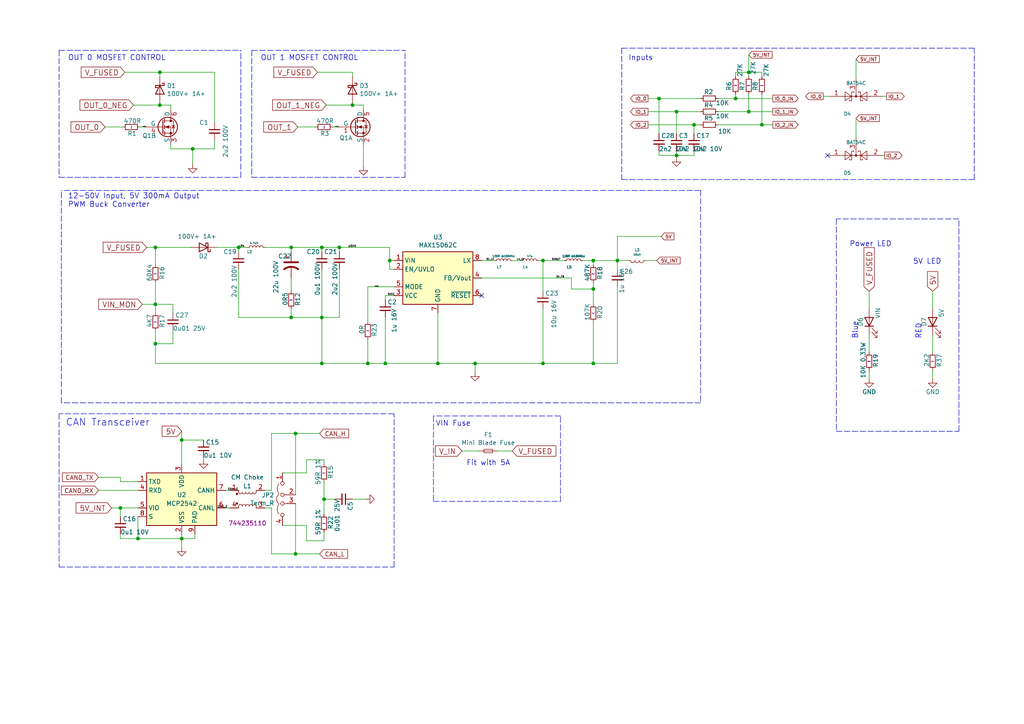
<source format=kicad_sch>
(kicad_sch (version 20211123) (generator eeschema)
  (paper "A4")
  (title_block (title "Duet 3 Expansion 1XD") (date "2022-12-08") (rev "1.1") (company "Duet3D") (comment 1 "(c) Duet3D") (comment 2 "www.duet3d.com"))
  (lib_symbols
    (symbol "Device:CP1" (pin_numbers hide) (pin_names (offset 0.254) hide)
      (property "Reference" "C" (at 0.635 2.54 0))
      (property "Value" "Device_CP1" (at 0.635 -2.54 0))
      (symbol "CP1_0_1"
        (polyline (pts (xy -2.032 0.762) (xy 2.032 0.762)) (stroke (width 0.508)))
        (polyline (pts (xy -1.778 2.286) (xy -0.762 2.286)))
        (polyline (pts (xy -1.27 1.778) (xy -1.27 2.794)))
        (arc (start 2.032 -1.27) (mid 0 -0.5572) (end -2.032 -1.27) (stroke (width 0.508)))
      )
      (symbol "CP1_1_1"
        (pin passive line (at 0 3.81 270) (length 2.794) (name "~") (number "1"))
        (pin passive line (at 0 -3.81 90) (length 3.302) (name "~") (number "2"))
      )
    )
    (symbol "Device:C_Small" (pin_numbers hide) (pin_names (offset 0.254) hide)
      (property "Reference" "C" (at 0.254 1.778 0))
      (property "Value" "C_Small" (at 0.254 -2.032 0))
      (symbol "C_Small_0_1"
        (polyline (pts (xy -1.524 -0.508) (xy 1.524 -0.508)) (stroke (width 0.3302)))
        (polyline (pts (xy -1.524 0.508) (xy 1.524 0.508)) (stroke (width 0.3048)))
      )
      (symbol "C_Small_1_1"
        (pin passive line (at 0 2.54 270) (length 2.032) (name "~") (number "1"))
        (pin passive line (at 0 -2.54 90) (length 2.032) (name "~") (number "2"))
      )
    )
    (symbol "Device:D_Schottky" (pin_numbers hide) (pin_names (offset 1.016) hide)
      (property "Reference" "D" (at 0 2.54 0))
      (property "Value" "D_Schottky" (at 0 -2.54 0))
      (symbol "D_Schottky_0_1"
        (polyline (pts (xy 1.27 0) (xy -1.27 0)))
        (polyline (pts (xy 1.27 1.27) (xy 1.27 -1.27) (xy -1.27 0) (xy 1.27 1.27)) (stroke (width 0.254)))
        (polyline (pts (xy -1.905 0.635) (xy -1.905 1.27) (xy -1.27 1.27) (xy -1.27 -1.27) (xy -0.635 -1.27) (xy -0.635 -0.635)) (stroke (width 0.254)))
      )
      (symbol "D_Schottky_1_1"
        (pin passive line (at -3.81 0 0) (length 2.54) (name "K") (number "1"))
        (pin passive line (at 3.81 0 180) (length 2.54) (name "A") (number "2"))
      )
    )
    (symbol "Device:Fuse_Small" (pin_numbers hide) (pin_names (offset 0.254) hide)
      (property "Reference" "F" (at 0 -1.524 0))
      (property "Value" "Fuse_Small" (at 0 1.524 0))
      (symbol "Fuse_Small_0_1"
        (rectangle (start -1.27 0.508) (end 1.27 -0.508))
        (polyline (pts (xy -1.27 0) (xy 1.27 0)))
      )
      (symbol "Fuse_Small_1_1"
        (pin passive line (at -2.54 0 0) (length 1.27) (name "~") (number "1"))
        (pin passive line (at 2.54 0 180) (length 1.27) (name "~") (number "2"))
      )
    )
    (symbol "Device:LED" (pin_numbers hide) (pin_names (offset 1.016) hide)
      (property "Reference" "D" (at 0 2.54 0))
      (property "Value" "LED" (at 0 -2.54 0))
      (symbol "LED_0_1"
        (polyline (pts (xy -1.27 -1.27) (xy -1.27 1.27)) (stroke (width 0.254)))
        (polyline (pts (xy -1.27 0) (xy 1.27 0)))
        (polyline (pts (xy 1.27 -1.27) (xy 1.27 1.27) (xy -1.27 0) (xy 1.27 -1.27)) (stroke (width 0.254)))
        (polyline (pts (xy -3.048 -0.762) (xy -4.572 -2.286) (xy -3.81 -2.286) (xy -4.572 -2.286) (xy -4.572 -1.524)))
        (polyline (pts (xy -1.778 -0.762) (xy -3.302 -2.286) (xy -2.54 -2.286) (xy -3.302 -2.286) (xy -3.302 -1.524)))
      )
      (symbol "LED_1_1"
        (pin passive line (at -3.81 0 0) (length 2.54) (name "K") (number "1"))
        (pin passive line (at 3.81 0 180) (length 2.54) (name "A") (number "2"))
      )
    )
    (symbol "Device:L_Small" (pin_numbers hide) (pin_names (offset 0.254) hide)
      (property "Reference" "L" (at 0.762 1.016 0))
      (property "Value" "L_Small" (at 0.762 -1.016 0))
      (symbol "L_Small_0_1"
        (arc (start 0 -2.032) (mid 0.508 -1.524) (end 0 -1.016))
        (arc (start 0 -1.016) (mid 0.508 -0.508) (end 0 0))
        (arc (start 0 0) (mid 0.508 0.508) (end 0 1.016))
        (arc (start 0 1.016) (mid 0.508 1.524) (end 0 2.032))
      )
      (symbol "L_Small_1_1"
        (pin passive line (at 0 2.54 270) (length 0.508) (name "~") (number "1"))
        (pin passive line (at 0 -2.54 90) (length 0.508) (name "~") (number "2"))
      )
    )
    (symbol "Device:R_Small" (pin_numbers hide) (pin_names (offset 0.254) hide)
      (property "Reference" "R" (at 0.762 0.508 0))
      (property "Value" "R_Small" (at 0.762 -1.016 0))
      (symbol "R_Small_0_1"
        (rectangle (start -0.762 1.778) (end 0.762 -1.778) (stroke (width 0.2032)))
      )
      (symbol "R_Small_1_1"
        (pin passive line (at 0 2.54 270) (length 0.762) (name "~") (number "1"))
        (pin passive line (at 0 -2.54 90) (length 0.762) (name "~") (number "2"))
      )
    )
    (symbol "Diode:BAT54C" (pin_names (offset 1.016))
      (property "Reference" "D" (at 0.635 -3.81 0))
      (property "Value" "BAT54C" (at -6.35 3.175 0))
      (symbol "BAT54C_0_1"
        (polyline (pts (xy -1.905 0) (xy 1.905 0)))
        (polyline (pts (xy -1.905 1.27) (xy -1.905 1.016)))
        (polyline (pts (xy -1.27 -1.27) (xy -0.635 -1.27)))
        (polyline (pts (xy -1.27 0) (xy -3.81 0)))
        (polyline (pts (xy -1.27 1.27) (xy -1.905 1.27)))
        (polyline (pts (xy -1.27 1.27) (xy -1.27 -1.27)))
        (polyline (pts (xy -0.635 -1.27) (xy -0.635 -1.016)))
        (polyline (pts (xy 0.635 -1.27) (xy 0.635 -1.016)))
        (polyline (pts (xy 1.27 -1.27) (xy 0.635 -1.27)))
        (polyline (pts (xy 1.27 1.27) (xy 1.27 -1.27)))
        (polyline (pts (xy 1.27 1.27) (xy 1.905 1.27)))
        (polyline (pts (xy 1.905 1.27) (xy 1.905 1.016)))
        (polyline (pts (xy 3.81 0) (xy 1.27 0)))
        (polyline (pts (xy -3.175 -1.27) (xy -3.175 1.27) (xy -1.27 0) (xy -3.175 -1.27)))
        (polyline (pts (xy 3.175 -1.27) (xy 3.175 1.27) (xy 1.27 0) (xy 3.175 -1.27)))
        (circle (center 0 0) (radius 0.254) (fill (type outline)))
      )
      (symbol "BAT54C_1_1"
        (pin passive line (at -7.62 0 0) (length 3.81) (name "~") (number "1"))
        (pin passive line (at 7.62 0 180) (length 3.81) (name "~") (number "2"))
        (pin passive line (at 0 -5.08 90) (length 5.08) (name "~") (number "3"))
      )
    )
    (symbol "Duet3:Jumper_4_Open" (pin_names (offset 0) hide)
      (property "Reference" "JP" (at 0 5.715 0))
      (property "Value" "Jumper_4_Open" (at 2.54 3.81 0))
      (symbol "Jumper_4_Open_0_0"
        (circle (center -4.572 0) (radius 0.508))
        (circle (center -1.27 0) (radius 0.508))
        (circle (center 1.27 0) (radius 0.508))
        (circle (center 4.572 0) (radius 0.508))
      )
      (symbol "Jumper_4_Open_0_1"
        (arc (start -1.651 1.016) (mid -3.048 1.4992) (end -4.445 1.016))
        (polyline (pts (xy -1.27 -0.508) (xy -1.27 -1.27)))
        (polyline (pts (xy 1.27 -0.508) (xy 1.27 -1.27)))
        (arc (start 1.3716 0.9906) (mid -0.0254 1.6815) (end -1.4224 0.9906))
        (arc (start 4.318 1.016) (mid 2.921 1.4992) (end 1.524 1.016))
      )
      (symbol "Jumper_4_Open_1_1"
        (pin passive line (at -7.62 0 0) (length 2.54) (name "A") (number "1"))
        (pin input line (at -1.27 -3.81 90) (length 2.54) (name "C") (number "2"))
        (pin input line (at 1.27 -3.81 90) (length 2.54) (name "C") (number "3"))
        (pin passive line (at 7.62 0 180) (length 2.54) (name "B") (number "4"))
      )
    )
    (symbol "Duet3:L_Coupled_v2" (pin_names (offset 0.254) hide)
      (property "Reference" "L" (at 0 4.445 0))
      (property "Value" "L_Coupled_v2" (at 0 -4.445 0))
      (symbol "L_Coupled_v2_0_1"
        (circle (center -3.048 -1.27) (radius 0.254) (fill (type outline)))
        (circle (center -3.048 1.524) (radius 0.254) (fill (type outline)))
        (arc (start -2.54 2.032) (mid -2.032 1.524) (end -1.524 2.032))
        (arc (start -1.524 -2.032) (mid -2.032 -1.524) (end -2.54 -2.032))
        (arc (start -1.524 2.032) (mid -1.016 1.524) (end -0.508 2.032))
        (arc (start -0.508 -2.032) (mid -1.016 -1.524) (end -1.524 -2.032))
        (arc (start -0.508 2.032) (mid 0 1.524) (end 0.508 2.032))
        (polyline (pts (xy -2.54 -2.032) (xy -2.54 -2.54)))
        (polyline (pts (xy -2.54 2.032) (xy -2.54 2.54)))
        (polyline (pts (xy 2.54 -2.032) (xy 2.54 -2.54)))
        (polyline (pts (xy 2.54 2.54) (xy 2.54 2.032)))
        (arc (start 0.508 -2.032) (mid 0 -1.524) (end -0.508 -2.032))
        (arc (start 0.508 2.032) (mid 1.016 1.524) (end 1.524 2.032))
        (arc (start 1.524 -2.032) (mid 1.016 -1.524) (end 0.508 -2.032))
        (arc (start 1.524 2.032) (mid 2.032 1.524) (end 2.54 2.032))
        (arc (start 2.54 -2.032) (mid 2.032 -1.524) (end 1.524 -2.032))
      )
      (symbol "L_Coupled_v2_1_1"
        (pin passive line (at -5.08 2.54 0) (length 2.54) (name "1") (number "1"))
        (pin passive line (at 5.08 2.54 180) (length 2.54) (name "2") (number "2"))
        (pin passive line (at 5.08 -2.54 180) (length 2.54) (name "3") (number "3"))
        (pin passive line (at -5.08 -2.54 0) (length 2.54) (name "4") (number "4"))
      )
    )
    (symbol "Duet3:L_MINI" (pin_numbers hide) (pin_names (offset 0) hide)
      (property "Reference" "L" (at -1.905 -1.27 0))
      (property "Value" "L_MINI" (at 0 1.27 0))
      (symbol "L_MINI_0_1"
        (arc (start -1.905 0) (mid -1.27 -0.635) (end -0.635 0))
        (arc (start -0.635 0) (mid 0 -0.635) (end 0.635 0))
        (arc (start 0.635 0) (mid 1.27 -0.635) (end 1.905 0))
      )
      (symbol "L_MINI_1_1"
        (pin passive line (at -2.54 0 0) (length 0.635) (name "A") (number "1"))
        (pin passive line (at 2.54 0 180) (length 0.635) (name "B") (number "2"))
      )
    )
    (symbol "Duet3:MCP2542"
      (property "Reference" "U" (at -10.16 10.16 0))
      (property "Value" "MCP2542" (at 2.54 10.16 0))
      (symbol "MCP2542_0_1"
        (rectangle (start -10.16 7.62) (end 10.16 -7.62) (stroke (width 0.254)) (fill (type background)))
      )
      (symbol "MCP2542_1_1"
        (pin input line (at -12.7 5.08 0) (length 2.54) (name "TXD") (number "1"))
        (pin power_in line (at 0 -10.16 90) (length 2.54) (name "VSS") (number "2"))
        (pin power_in line (at 0 10.16 270) (length 2.54) (name "VDD") (number "3"))
        (pin output line (at -12.7 2.54 0) (length 2.54) (name "RXD") (number "4"))
        (pin power_in line (at -12.7 -2.54 0) (length 2.54) (name "VIO") (number "5"))
        (pin bidirectional line (at 12.7 -2.54 180) (length 2.54) (name "CANL") (number "6"))
        (pin bidirectional line (at 12.7 2.54 180) (length 2.54) (name "CANH") (number "7"))
        (pin input line (at -12.7 -5.08 0) (length 2.54) (name "S") (number "8"))
        (pin power_in line (at 3.81 -10.16 90) (length 2.54) (name "PAD") (number "9"))
      )
    )
    (symbol "Duet3:Q_DUAL_NMOS_Power33-Device" (pin_names (offset 0))
      (property "Reference" "Q" (at 6.35 1.27 0))
      (property "Value" "Q_DUAL_NMOS_Power33-Device" (at 16.51 -1.27 0))
      (symbol "Q_DUAL_NMOS_Power33-Device_1_1"
        (polyline (pts (xy 0.0508 0) (xy 0.254 0)))
        (polyline (pts (xy 0.762 -1.778) (xy 2.54 -1.778)))
        (polyline (pts (xy 0.762 -1.27) (xy 0.762 -2.286)) (stroke (width 0.254)))
        (polyline (pts (xy 0.762 0) (xy 2.54 0)))
        (polyline (pts (xy 0.762 0.508) (xy 0.762 -0.508)) (stroke (width 0.254)))
        (polyline (pts (xy 0.762 1.778) (xy 2.54 1.778)))
        (polyline (pts (xy 0.762 2.286) (xy 0.762 1.27)) (stroke (width 0.254)))
        (polyline (pts (xy 2.54 -1.778) (xy 2.54 -2.54)))
        (polyline (pts (xy 2.54 -1.778) (xy 2.54 0)))
        (polyline (pts (xy 2.54 2.54) (xy 2.54 1.778)))
        (polyline (pts (xy 0.254 1.905) (xy 0.254 -1.905) (xy 0.254 -1.905)) (stroke (width 0.254)))
        (polyline (pts (xy 1.016 0) (xy 2.032 0.381) (xy 2.032 -0.381) (xy 1.016 0)) (fill (type outline)))
        (polyline (pts (xy 2.54 -1.778) (xy 3.302 -1.778) (xy 3.302 1.778) (xy 2.54 1.778)))
        (polyline (pts (xy 2.794 0.508) (xy 2.921 0.381) (xy 3.683 0.381) (xy 3.81 0.254)))
        (polyline (pts (xy 3.302 0.381) (xy 2.921 -0.254) (xy 3.683 -0.254) (xy 3.302 0.381)))
        (circle (center 1.651 0) (radius 2.8194) (stroke (width 0.254)))
        (circle (center 2.54 -1.778) (radius 0.2794) (fill (type outline)))
        (circle (center 2.54 1.778) (radius 0.2794) (fill (type outline)))
        (pin input line (at -5.08 0 0) (length 5.08) (name "G") (number "1"))
        (pin passive line (at 2.54 -5.08 90) (length 2.54) (name "S") (number "2"))
        (pin passive line (at 2.54 5.08 270) (length 2.54) (name "D") (number "5"))
      )
      (symbol "Q_DUAL_NMOS_Power33-Device_2_1"
        (polyline (pts (xy 0.0508 0) (xy 0.254 0)))
        (polyline (pts (xy 0.762 -1.778) (xy 2.54 -1.778)))
        (polyline (pts (xy 0.762 -1.27) (xy 0.762 -2.286)) (stroke (width 0.254)))
        (polyline (pts (xy 0.762 0) (xy 2.54 0)))
        (polyline (pts (xy 0.762 0.508) (xy 0.762 -0.508)) (stroke (width 0.254)))
        (polyline (pts (xy 0.762 1.778) (xy 2.54 1.778)))
        (polyline (pts (xy 0.762 2.286) (xy 0.762 1.27)) (stroke (width 0.254)))
        (polyline (pts (xy 2.54 -1.778) (xy 2.54 -2.54)))
        (polyline (pts (xy 2.54 -1.778) (xy 2.54 0)))
        (polyline (pts (xy 2.54 2.54) (xy 2.54 1.778)))
        (polyline (pts (xy 0.254 1.905) (xy 0.254 -1.905) (xy 0.254 -1.905)) (stroke (width 0.254)))
        (polyline (pts (xy 1.016 0) (xy 2.032 0.381) (xy 2.032 -0.381) (xy 1.016 0)) (fill (type outline)))
        (polyline (pts (xy 2.54 -1.778) (xy 3.302 -1.778) (xy 3.302 1.778) (xy 2.54 1.778)))
        (polyline (pts (xy 2.794 0.508) (xy 2.921 0.381) (xy 3.683 0.381) (xy 3.81 0.254)))
        (polyline (pts (xy 3.302 0.381) (xy 2.921 -0.254) (xy 3.683 -0.254) (xy 3.302 0.381)))
        (circle (center 1.651 0) (radius 2.8194) (stroke (width 0.254)))
        (circle (center 2.54 -1.778) (radius 0.2794) (fill (type outline)))
        (circle (center 2.54 1.778) (radius 0.2794) (fill (type outline)))
        (pin passive line (at 2.54 -5.08 90) (length 2.54) (name "S") (number "3"))
        (pin input line (at -5.08 0 0) (length 5.08) (name "G") (number "4"))
        (pin passive line (at 2.54 5.08 270) (length 2.54) (name "D") (number "6"))
      )
    )
    (symbol "Regulator_Switching:MAX15062C"
      (property "Reference" "U" (at -10.16 11.43 0))
      (property "Value" "MAX15062C" (at -10.16 8.89 0))
      (symbol "MAX15062C_0_1"
        (rectangle (start -10.16 7.62) (end 10.16 -7.62) (stroke (width 0.254)) (fill (type background)))
      )
      (symbol "MAX15062C_1_1"
        (pin power_in line (at -12.7 5.08 0) (length 2.54) (name "VIN") (number "1"))
        (pin input line (at -12.7 2.54 0) (length 2.54) (name "EN/UVLO") (number "2"))
        (pin power_out line (at -12.7 -5.08 0) (length 2.54) (name "VCC") (number "3"))
        (pin input line (at 12.7 0 180) (length 2.54) (name "FB/Vout") (number "4"))
        (pin input line (at -12.7 -2.54 0) (length 2.54) (name "MODE") (number "5"))
        (pin open_collector line (at 12.7 -5.08 180) (length 2.54) (name "~{RESET}") (number "6"))
        (pin power_in line (at 0 -10.16 90) (length 2.54) (name "GND") (number "7"))
        (pin power_out line (at 12.7 5.08 180) (length 2.54) (name "LX") (number "8"))
      )
    )
    (symbol "power:GND" (power) (pin_numbers hide) (pin_names (offset 0) hide)
      (property "Value" "GND" (at 0 -3.81 0))
      (symbol "GND_0_1"
        (polyline (pts (xy 0 0) (xy 0 -1.27) (xy 1.27 -1.27) (xy 0 -2.54) (xy -1.27 -1.27) (xy 0 -1.27)))
      )
      (symbol "GND_1_1"
        (pin power_in line (at 0 0 270) (length 0) hide (name "GND") (number "1"))
      )
    )
  )
  (junction (at 52.705 127.635))
  (junction (at 45.085 99.695))
  (junction (at 179.07 75.565))
  (junction (at 84.455 71.755))
  (junction (at 55.88 43.18))
  (junction (at 46.355 30.48))
  (junction (at 34.925 147.32))
  (junction (at 172.085 75.565))
  (junction (at 137.795 105.41))
  (junction (at 85.725 160.655))
  (junction (at 93.345 105.41))
  (junction (at 93.345 71.755))
  (junction (at 102.235 30.48))
  (junction (at 172.085 105.41))
  (junction (at 98.425 71.755))
  (junction (at 46.355 20.955))
  (junction (at 111.76 105.41))
  (junction (at 45.085 88.265))
  (junction (at 196.215 32.385))
  (junction (at 213.36 28.575))
  (junction (at 201.295 36.195))
  (junction (at 172.085 83.82))
  (junction (at 93.98 144.78))
  (junction (at 106.68 105.41))
  (junction (at 93.345 92.075))
  (junction (at 220.98 36.195))
  (junction (at 85.725 125.73))
  (junction (at 113.03 75.565))
  (junction (at 157.48 105.41))
  (junction (at 52.705 156.21))
  (junction (at 217.17 32.385))
  (junction (at 45.085 71.755))
  (junction (at 127 105.41))
  (junction (at 84.455 92.075))
  (junction (at 40.005 156.21))
  (junction (at 157.48 75.565))
  (junction (at 69.215 71.755))
  (junction (at 191.135 28.575))
  (junction (at 196.215 45.085))
  (junction (at 217.17 20.955))
  (no_connect (at 139.7 85.725))
  (no_connect (at 240.03 45.085))
  (wire (pts (xy 62.23 43.18) (xy 55.88 43.18)))
  (polyline (pts (xy 17.145 14.605) (xy 17.145 51.435)))
  (polyline (pts (xy 17.145 51.435) (xy 69.85 51.435)))
  (wire (pts (xy 86.36 36.83) (xy 91.44 36.83)))
  (wire (pts (xy 46.355 29.845) (xy 46.355 30.48)))
  (wire (pts (xy 40.005 149.86) (xy 40.005 156.21)))
  (wire (pts (xy 113.03 75.565) (xy 114.3 75.565)))
  (wire (pts (xy 252.095 109.855) (xy 252.095 107.315)))
  (wire (pts (xy 76.835 147.32) (xy 78.74 147.32)))
  (wire (pts (xy 85.725 143.51) (xy 85.725 125.73)))
  (wire (pts (xy 191.135 45.085) (xy 196.215 45.085)))
  (wire (pts (xy 46.355 22.225) (xy 46.355 20.955)))
  (wire (pts (xy 102.235 30.48) (xy 105.41 30.48)))
  (wire (pts (xy 102.235 22.225) (xy 102.235 20.955)))
  (wire (pts (xy 213.36 27.305) (xy 213.36 28.575)))
  (wire (pts (xy 157.48 84.455) (xy 157.48 75.565)))
  (wire (pts (xy 52.705 158.75) (xy 52.705 156.21)))
  (wire (pts (xy 93.98 154.305) (xy 93.98 156.845)))
  (wire (pts (xy 34.925 147.32) (xy 32.385 147.32)))
  (wire (pts (xy 81.915 137.16) (xy 88.9 137.16)))
  (wire (pts (xy 62.865 71.755) (xy 69.215 71.755)))
  (wire (pts (xy 84.455 92.075) (xy 93.345 92.075)))
  (polyline (pts (xy 278.13 63.5) (xy 242.57 63.5)))
  (wire (pts (xy 65.405 147.32) (xy 66.675 147.32)))
  (wire (pts (xy 190.5 75.565) (xy 187.325 75.565)))
  (wire (pts (xy 255.905 27.94) (xy 257.175 27.94)))
  (wire (pts (xy 36.195 20.955) (xy 46.355 20.955)))
  (polyline (pts (xy 282.575 13.97) (xy 180.34 13.97)))
  (wire (pts (xy 172.085 81.915) (xy 172.085 83.82)))
  (wire (pts (xy 165.735 83.82) (xy 172.085 83.82)))
  (wire (pts (xy 98.425 73.025) (xy 98.425 71.755)))
  (polyline (pts (xy 125.73 145.415) (xy 162.56 145.415)))
  (wire (pts (xy 240.665 45.085) (xy 240.03 45.085)))
  (polyline (pts (xy 242.57 125.095) (xy 278.13 125.095)))
  (wire (pts (xy 217.17 20.955) (xy 217.17 22.225)))
  (wire (pts (xy 191.77 68.58) (xy 179.07 68.58)))
  (wire (pts (xy 106.045 144.78) (xy 102.235 144.78)))
  (wire (pts (xy 208.28 32.385) (xy 217.17 32.385)))
  (wire (pts (xy 84.455 73.025) (xy 84.455 71.755)))
  (wire (pts (xy 88.9 133.35) (xy 93.98 133.35)))
  (wire (pts (xy 40.005 156.21) (xy 52.705 156.21)))
  (polyline (pts (xy 17.145 164.465) (xy 114.3 164.465)))
  (wire (pts (xy 252.095 84.455) (xy 252.095 89.535)))
  (polyline (pts (xy 114.3 120.015) (xy 17.145 120.015)))
  (wire (pts (xy 42.545 71.755) (xy 45.085 71.755)))
  (wire (pts (xy 248.285 17.145) (xy 248.285 22.86)))
  (wire (pts (xy 213.36 20.955) (xy 217.17 20.955)))
  (wire (pts (xy 220.98 36.195) (xy 224.155 36.195)))
  (wire (pts (xy 85.725 146.05) (xy 85.725 160.655)))
  (wire (pts (xy 179.07 75.565) (xy 182.245 75.565)))
  (wire (pts (xy 191.135 45.085) (xy 191.135 43.815)))
  (wire (pts (xy 157.48 105.41) (xy 172.085 105.41)))
  (polyline (pts (xy 17.78 116.84) (xy 17.78 55.245)))
  (wire (pts (xy 34.925 154.94) (xy 34.925 156.21)))
  (wire (pts (xy 179.07 78.105) (xy 179.07 75.565)))
  (polyline (pts (xy 203.2 116.84) (xy 17.78 116.84)))
  (wire (pts (xy 187.96 36.195) (xy 201.295 36.195)))
  (wire (pts (xy 217.17 32.385) (xy 217.17 27.305)))
  (wire (pts (xy 34.925 138.43) (xy 28.575 138.43)))
  (wire (pts (xy 111.76 85.725) (xy 111.76 86.995)))
  (wire (pts (xy 93.345 78.105) (xy 93.345 92.075)))
  (wire (pts (xy 45.085 71.755) (xy 55.245 71.755)))
  (polyline (pts (xy 203.2 55.245) (xy 17.78 55.245)))
  (wire (pts (xy 102.235 29.845) (xy 102.235 30.48)))
  (wire (pts (xy 213.36 28.575) (xy 224.155 28.575)))
  (wire (pts (xy 50.165 95.885) (xy 50.165 99.695)))
  (wire (pts (xy 111.76 105.41) (xy 127 105.41)))
  (wire (pts (xy 69.215 71.755) (xy 71.755 71.755)))
  (wire (pts (xy 196.215 32.385) (xy 187.96 32.385)))
  (wire (pts (xy 49.53 31.75) (xy 49.53 30.48)))
  (wire (pts (xy 191.135 38.735) (xy 191.135 28.575)))
  (wire (pts (xy 105.41 31.75) (xy 105.41 30.48)))
  (wire (pts (xy 46.355 30.48) (xy 49.53 30.48)))
  (wire (pts (xy 172.085 83.82) (xy 172.085 88.265)))
  (wire (pts (xy 113.03 75.565) (xy 113.03 71.755)))
  (wire (pts (xy 191.135 28.575) (xy 203.2 28.575)))
  (wire (pts (xy 45.085 88.265) (xy 45.085 90.805)))
  (wire (pts (xy 139.7 75.565) (xy 143.51 75.565)))
  (wire (pts (xy 84.455 89.535) (xy 84.455 92.075)))
  (wire (pts (xy 30.48 36.83) (xy 35.56 36.83)))
  (wire (pts (xy 56.515 156.21) (xy 52.705 156.21)))
  (wire (pts (xy 69.215 92.075) (xy 84.455 92.075)))
  (wire (pts (xy 93.98 139.7) (xy 93.98 144.78)))
  (wire (pts (xy 137.795 105.41) (xy 157.48 105.41)))
  (wire (pts (xy 220.98 36.195) (xy 220.98 27.305)))
  (wire (pts (xy 52.705 156.21) (xy 52.705 154.94)))
  (wire (pts (xy 248.285 40.005) (xy 248.285 34.29)))
  (wire (pts (xy 76.835 142.24) (xy 78.74 142.24)))
  (wire (pts (xy 105.41 41.91) (xy 105.41 48.26)))
  (polyline (pts (xy 73.025 14.605) (xy 73.025 51.435)))
  (wire (pts (xy 172.085 75.565) (xy 172.085 76.835)))
  (wire (pts (xy 156.21 75.565) (xy 157.48 75.565)))
  (polyline (pts (xy 242.57 63.5) (xy 242.57 125.095)))
  (wire (pts (xy 270.51 84.455) (xy 270.51 89.535)))
  (wire (pts (xy 133.985 130.81) (xy 139.065 130.81)))
  (polyline (pts (xy 162.56 120.65) (xy 125.73 120.65)))
  (wire (pts (xy 46.355 20.955) (xy 62.23 20.955)))
  (wire (pts (xy 113.03 78.105) (xy 113.03 75.565)))
  (polyline (pts (xy 117.475 51.435) (xy 117.475 14.605)))
  (wire (pts (xy 127 105.41) (xy 127 90.805)))
  (wire (pts (xy 84.455 80.645) (xy 84.455 84.455)))
  (wire (pts (xy 201.295 36.195) (xy 201.295 38.735)))
  (wire (pts (xy 78.74 147.32) (xy 78.74 160.655)))
  (wire (pts (xy 179.07 105.41) (xy 179.07 83.185)))
  (wire (pts (xy 88.9 137.16) (xy 88.9 133.35)))
  (wire (pts (xy 172.085 93.345) (xy 172.085 105.41)))
  (polyline (pts (xy 73.025 51.435) (xy 117.475 51.435)))
  (wire (pts (xy 52.705 134.62) (xy 52.705 127.635)))
  (wire (pts (xy 111.76 92.075) (xy 111.76 105.41)))
  (wire (pts (xy 201.295 36.195) (xy 203.2 36.195)))
  (wire (pts (xy 144.145 130.81) (xy 148.59 130.81)))
  (wire (pts (xy 34.925 139.7) (xy 34.925 138.43)))
  (wire (pts (xy 98.425 71.755) (xy 93.345 71.755)))
  (wire (pts (xy 168.91 75.565) (xy 172.085 75.565)))
  (wire (pts (xy 93.98 144.78) (xy 93.98 149.225)))
  (wire (pts (xy 40.005 139.7) (xy 34.925 139.7)))
  (wire (pts (xy 62.23 20.955) (xy 62.23 35.56)))
  (wire (pts (xy 157.48 89.535) (xy 157.48 105.41)))
  (wire (pts (xy 62.23 40.64) (xy 62.23 43.18)))
  (wire (pts (xy 88.9 156.845) (xy 88.9 152.4)))
  (wire (pts (xy 50.165 88.265) (xy 50.165 90.805)))
  (wire (pts (xy 157.48 75.565) (xy 163.83 75.565)))
  (wire (pts (xy 50.165 99.695) (xy 45.085 99.695)))
  (wire (pts (xy 106.68 98.425) (xy 106.68 105.41)))
  (wire (pts (xy 217.17 15.875) (xy 217.17 20.955)))
  (wire (pts (xy 65.405 142.24) (xy 66.675 142.24)))
  (wire (pts (xy 45.085 81.915) (xy 45.085 88.265)))
  (wire (pts (xy 98.425 78.105) (xy 98.425 92.075)))
  (wire (pts (xy 92.075 20.955) (xy 102.235 20.955)))
  (wire (pts (xy 49.53 43.18) (xy 55.88 43.18)))
  (wire (pts (xy 93.345 92.075) (xy 93.345 105.41)))
  (wire (pts (xy 93.98 156.845) (xy 88.9 156.845)))
  (wire (pts (xy 45.085 105.41) (xy 93.345 105.41)))
  (wire (pts (xy 78.74 142.24) (xy 78.74 125.73)))
  (polyline (pts (xy 282.575 52.07) (xy 282.575 13.97)))
  (polyline (pts (xy 162.56 145.415) (xy 162.56 120.65)))
  (wire (pts (xy 69.215 78.105) (xy 69.215 92.075)))
  (wire (pts (xy 208.28 28.575) (xy 213.36 28.575)))
  (wire (pts (xy 217.17 32.385) (xy 224.155 32.385)))
  (wire (pts (xy 34.925 156.21) (xy 40.005 156.21)))
  (wire (pts (xy 113.03 71.755) (xy 98.425 71.755)))
  (wire (pts (xy 238.76 27.94) (xy 240.665 27.94)))
  (wire (pts (xy 45.085 99.695) (xy 45.085 105.41)))
  (wire (pts (xy 59.055 127.635) (xy 52.705 127.635)))
  (wire (pts (xy 59.055 133.35) (xy 59.055 132.715)))
  (polyline (pts (xy 278.13 125.095) (xy 278.13 63.5)))
  (polyline (pts (xy 114.3 164.465) (xy 114.3 120.015)))
  (wire (pts (xy 270.51 97.155) (xy 270.51 102.235)))
  (wire (pts (xy 179.07 68.58) (xy 179.07 75.565)))
  (polyline (pts (xy 203.2 55.245) (xy 203.2 116.84)))
  (wire (pts (xy 85.725 125.73) (xy 92.71 125.73)))
  (wire (pts (xy 165.735 80.645) (xy 165.735 83.82)))
  (wire (pts (xy 52.705 127.635) (xy 52.705 125.095)))
  (wire (pts (xy 196.215 45.085) (xy 196.215 43.815)))
  (polyline (pts (xy 69.85 51.435) (xy 69.85 14.605)))
  (polyline (pts (xy 180.34 13.97) (xy 180.34 52.07)))
  (polyline (pts (xy 180.34 52.07) (xy 282.575 52.07)))
  (wire (pts (xy 69.215 73.025) (xy 69.215 71.755)))
  (wire (pts (xy 196.215 32.385) (xy 203.2 32.385)))
  (wire (pts (xy 252.095 97.155) (xy 252.095 102.235)))
  (wire (pts (xy 106.68 83.185) (xy 114.3 83.185)))
  (wire (pts (xy 217.17 20.955) (xy 220.98 20.955)))
  (wire (pts (xy 93.98 144.78) (xy 97.155 144.78)))
  (wire (pts (xy 94.615 30.48) (xy 102.235 30.48)))
  (wire (pts (xy 106.68 83.185) (xy 106.68 93.345)))
  (wire (pts (xy 38.735 30.48) (xy 46.355 30.48)))
  (wire (pts (xy 85.725 160.655) (xy 92.71 160.655)))
  (wire (pts (xy 93.345 105.41) (xy 106.68 105.41)))
  (wire (pts (xy 255.905 45.085) (xy 256.54 45.085)))
  (wire (pts (xy 45.085 95.885) (xy 45.085 99.695)))
  (wire (pts (xy 34.925 149.86) (xy 34.925 147.32)))
  (wire (pts (xy 196.215 45.085) (xy 201.295 45.085)))
  (wire (pts (xy 220.98 20.955) (xy 220.98 22.225)))
  (wire (pts (xy 45.085 88.265) (xy 50.165 88.265)))
  (wire (pts (xy 172.085 105.41) (xy 179.07 105.41)))
  (wire (pts (xy 93.345 73.025) (xy 93.345 71.755)))
  (wire (pts (xy 106.68 105.41) (xy 111.76 105.41)))
  (wire (pts (xy 196.215 38.735) (xy 196.215 32.385)))
  (polyline (pts (xy 125.73 120.65) (xy 125.73 145.415)))
  (wire (pts (xy 208.28 36.195) (xy 220.98 36.195)))
  (wire (pts (xy 84.455 71.755) (xy 76.835 71.755)))
  (wire (pts (xy 78.74 125.73) (xy 85.725 125.73)))
  (wire (pts (xy 40.64 36.83) (xy 41.91 36.83)))
  (wire (pts (xy 139.7 80.645) (xy 165.735 80.645)))
  (wire (pts (xy 148.59 75.565) (xy 151.13 75.565)))
  (wire (pts (xy 114.3 85.725) (xy 111.76 85.725)))
  (wire (pts (xy 196.215 45.085) (xy 196.215 45.72)))
  (wire (pts (xy 172.085 75.565) (xy 179.07 75.565)))
  (wire (pts (xy 201.295 45.085) (xy 201.295 43.815)))
  (wire (pts (xy 55.88 43.18) (xy 55.88 47.625)))
  (wire (pts (xy 56.515 154.94) (xy 56.515 156.21)))
  (wire (pts (xy 45.085 71.755) (xy 45.085 76.835)))
  (wire (pts (xy 270.51 109.855) (xy 270.51 107.315)))
  (wire (pts (xy 213.36 20.955) (xy 213.36 22.225)))
  (wire (pts (xy 45.085 88.265) (xy 41.275 88.265)))
  (wire (pts (xy 40.005 147.32) (xy 34.925 147.32)))
  (wire (pts (xy 98.425 92.075) (xy 93.345 92.075)))
  (wire (pts (xy 93.345 71.755) (xy 84.455 71.755)))
  (polyline (pts (xy 73.025 14.605) (xy 117.475 14.605)))
  (polyline (pts (xy 17.145 14.605) (xy 69.85 14.605)))
  (wire (pts (xy 93.98 133.35) (xy 93.98 134.62)))
  (wire (pts (xy 81.915 152.4) (xy 88.9 152.4)))
  (wire (pts (xy 114.3 78.105) (xy 113.03 78.105)))
  (wire (pts (xy 28.575 142.24) (xy 40.005 142.24)))
  (wire (pts (xy 96.52 36.83) (xy 97.79 36.83)))
  (polyline (pts (xy 17.145 120.015) (xy 17.145 164.465)))
  (wire (pts (xy 49.53 41.91) (xy 49.53 43.18)))
  (wire (pts (xy 137.795 107.95) (xy 137.795 105.41)))
  (wire (pts (xy 187.96 28.575) (xy 191.135 28.575)))
  (wire (pts (xy 78.74 160.655) (xy 85.725 160.655)))
  (wire (pts (xy 127 105.41) (xy 137.795 105.41)))
  (text "RED" (at 267.335 98.425 90) (effects (font (size 1.524 1.524)) (justify left bottom)))
  (text "OUT 0 MOSFET CONTROL" (at 19.685 17.78 0) (effects (font (size 1.524 1.524)) (justify left bottom)))
  (text "12-50V Input, 5V 300mA Output\nPWM Buck Converter\n" (at 19.685 60.325 0) (effects (font (size 1.524 1.524)) (justify left bottom)))
  (text "OUT 1 MOSFET CONTROL" (at 75.565 17.78 0) (effects (font (size 1.524 1.524)) (justify left bottom)))
  (text "VIN Fuse" (at 126.365 123.825 0) (effects (font (size 1.524 1.524)) (justify left bottom)))
  (text "Inputs" (at 182.245 17.78 0) (effects (font (size 1.524 1.524)) (justify left bottom)))
  (text "CAN Transceiver" (at 19.05 123.825 0) (effects (font (size 2.0066 2.0066)) (justify left bottom)))
  (text "Power LED" (at 246.38 71.755 0) (effects (font (size 1.524 1.524)) (justify left bottom)))
  (text "Fit with 5A" (at 135.255 135.255 0) (effects (font (size 1.524 1.524)) (justify left bottom)))
  (text "Blue" (at 248.92 98.425 90) (effects (font (size 1.524 1.524)) (justify left bottom)))
  (text "5V LED" (at 264.795 76.835 0) (effects (font (size 1.524 1.524)) (justify left bottom)))
  (label "L4_IN" (at 149.86 75.565 0) (effects (font (size 0.508 0.508))))
  (label "CANH_C" (at 66.04 142.24 0) (effects (font (size 0.508 0.508))))
  (label "5VOUT" (at 160.02 75.565 0) (effects (font (size 0.508 0.508))))
  (label "5V_LX" (at 140.97 75.565 0) (effects (font (size 0.508 0.508))))
  (label "5VMODE" (at 108.585 83.185 0) (effects (font (size 0.2032 0.2032))))
  (label "U3VIN" (at 100.965 71.755 0) (effects (font (size 0.508 0.508))))
  (label "out0_g" (at 41.275 36.83 0) (effects (font (size 0.2032 0.2032))))
  (label "out1_g" (at 97.155 36.83 0) (effects (font (size 0.2032 0.2032))))
  (label "5V_FB" (at 161.29 80.645 0) (effects (font (size 0.508 0.508))))
  (label "CANL_C" (at 66.04 147.32 180) (effects (font (size 0.508 0.508))))
  (label "5VCC" (at 112.395 85.725 0) (effects (font (size 0.508 0.508))))
  (label "L2in" (at 69.215 71.755 0) (effects (font (size 0.508 0.508))))
  (global_label "V_FUSED" (shape input) (at 92.075 20.955 180) (effects (font (size 1.524 1.524))) (property "Intersheet References" "${INTERSHEET_REFS}" (effects hide)))
  (global_label "CAN_L" (shape input) (at 92.71 160.655 0) (property "Intersheet References" "${INTERSHEET_REFS}" (effects hide)))
  (global_label "VIN_MON" (shape input) (at 41.275 88.265 180) (effects (font (size 1.524 1.524))) (property "Intersheet References" "${INTERSHEET_REFS}" (effects hide)))
  (global_label "5V" (shape input) (at 52.705 125.095 180) (effects (font (size 1.524 1.524))) (property "Intersheet References" "${INTERSHEET_REFS}" (effects hide)))
  (global_label "IO_2_IN" (shape output) (at 224.155 36.195 0) (effects (font (size 0.9906 0.9906))) (property "Intersheet References" "${INTERSHEET_REFS}" (effects hide)))
  (global_label "IO_1" (shape output) (at 187.96 32.385 180) (effects (font (size 0.9906 0.9906))) (property "Intersheet References" "${INTERSHEET_REFS}" (effects hide)))
  (global_label "V_FUSED" (shape input) (at 148.59 130.81 0) (effects (font (size 1.524 1.524))) (property "Intersheet References" "${INTERSHEET_REFS}" (effects hide)))
  (global_label "IO_0" (shape output) (at 187.96 28.575 180) (effects (font (size 0.9906 0.9906))) (property "Intersheet References" "${INTERSHEET_REFS}" (effects hide)))
  (global_label "IO_1" (shape output) (at 257.175 27.94 0) (effects (font (size 0.9906 0.9906))) (property "Intersheet References" "${INTERSHEET_REFS}" (effects hide)))
  (global_label "CAN_H" (shape input) (at 92.71 125.73 0) (property "Intersheet References" "${INTERSHEET_REFS}" (effects hide)))
  (global_label "IO_0_IN" (shape output) (at 224.155 28.575 0) (effects (font (size 0.9906 0.9906))) (property "Intersheet References" "${INTERSHEET_REFS}" (effects hide)))
  (global_label "5V" (shape input) (at 270.51 84.455 90) (effects (font (size 1.524 1.524))) (property "Intersheet References" "${INTERSHEET_REFS}" (effects hide)))
  (global_label "5V_INT" (shape input) (at 248.285 17.145 0) (effects (font (size 1 1))) (property "Intersheet References" "${INTERSHEET_REFS}" (effects hide)))
  (global_label "IO_2" (shape output) (at 256.54 45.085 0) (effects (font (size 0.9906 0.9906))) (property "Intersheet References" "${INTERSHEET_REFS}" (effects hide)))
  (global_label "5V_INT" (shape input) (at 32.385 147.32 180) (effects (font (size 1.524 1.524))) (property "Intersheet References" "${INTERSHEET_REFS}" (effects hide)))
  (global_label "V_FUSED" (shape input) (at 42.545 71.755 180) (effects (font (size 1.524 1.524))) (property "Intersheet References" "${INTERSHEET_REFS}" (effects hide)))
  (global_label "IO_2" (shape output) (at 187.96 36.195 180) (effects (font (size 0.9906 0.9906))) (property "Intersheet References" "${INTERSHEET_REFS}" (effects hide)))
  (global_label "V_FUSED" (shape input) (at 36.195 20.955 180) (effects (font (size 1.524 1.524))) (property "Intersheet References" "${INTERSHEET_REFS}" (effects hide)))
  (global_label "5V_INT" (shape input) (at 190.5 75.565 0) (effects (font (size 1 1))) (property "Intersheet References" "${INTERSHEET_REFS}" (effects hide)))
  (global_label "IO_1_IN" (shape output) (at 224.155 32.385 0) (effects (font (size 0.9906 0.9906))) (property "Intersheet References" "${INTERSHEET_REFS}" (effects hide)))
  (global_label "OUT_0_NEG" (shape input) (at 38.735 30.48 180) (effects (font (size 1.524 1.524))) (property "Intersheet References" "${INTERSHEET_REFS}" (effects hide)))
  (global_label "5V" (shape input) (at 191.77 68.58 0) (effects (font (size 1 1))) (property "Intersheet References" "${INTERSHEET_REFS}" (effects hide)))
  (global_label "5V_INT" (shape input) (at 248.285 34.29 0) (effects (font (size 1 1))) (property "Intersheet References" "${INTERSHEET_REFS}" (effects hide)))
  (global_label "OUT_1" (shape input) (at 86.36 36.83 180) (effects (font (size 1.524 1.524))) (property "Intersheet References" "${INTERSHEET_REFS}" (effects hide)))
  (global_label "OUT_0" (shape input) (at 30.48 36.83 180) (effects (font (size 1.524 1.524))) (property "Intersheet References" "${INTERSHEET_REFS}" (effects hide)))
  (global_label "5V_INT" (shape input) (at 217.17 15.875 0) (effects (font (size 1 1))) (property "Intersheet References" "${INTERSHEET_REFS}" (effects hide)))
  (global_label "IO_0" (shape output) (at 238.76 27.94 180) (effects (font (size 0.9906 0.9906))) (property "Intersheet References" "${INTERSHEET_REFS}" (effects hide)))
  (global_label "OUT_1_NEG" (shape input) (at 94.615 30.48 180) (effects (font (size 1.524 1.524))) (property "Intersheet References" "${INTERSHEET_REFS}" (effects hide)))
  (global_label "V_FUSED" (shape input) (at 252.095 84.455 90) (effects (font (size 1.524 1.524))) (property "Intersheet References" "${INTERSHEET_REFS}" (effects hide)))
  (global_label "CAN0_RX" (shape input) (at 28.575 142.24 180) (property "Intersheet References" "${INTERSHEET_REFS}" (effects hide)))
  (global_label "CAN0_TX" (shape input) (at 28.575 138.43 180) (property "Intersheet References" "${INTERSHEET_REFS}" (effects hide)))
  (global_label "V_IN" (shape input) (at 133.985 130.81 180) (effects (font (size 1.524 1.524))) (property "Intersheet References" "${INTERSHEET_REFS}" (effects hide)))
  (symbol (lib_id "Diode:BAT54C") (at 248.285 27.94 0) (mirror x) (unit 1)
    (property "Reference" "D4" (at 245.745 33.02 0) (effects (font (size 1.016 1.016))))
    (property "Value" "BAT54C" (at 248.285 24.13 0) (effects (font (size 1.016 1.016))))
    (property "Footprint" "Package_TO_SOT_SMD:SOT-23" (effects hide))
    (property "Part Number" "BAT54CLT1G" (effects hide))
  )
  (symbol (lib_id "Device:R_Small") (at 205.74 28.575 90) (unit 1)
    (property "Reference" "R2" (at 205.5368 26.67 90))
    (property "Value" "10K" (at 209.55 29.845 90))
    (property "Footprint" "Resistor_SMD:R_0402_1005Metric_Wbry" (effects hide))
    (property "Part Number" "RK73H1ETTP1002F" (effects hide))
  )
  (symbol (lib_id "Device:R_Small") (at 213.36 24.765 180) (unit 1)
    (property "Reference" "R6" (at 211.455 24.9682 90))
    (property "Value" "27K" (at 214.63 20.32 90))
    (property "Footprint" "Resistor_SMD:R_0402_1005Metric_Wbry" (effects hide))
    (property "Datasheet" "~" (at 213.36 24.765 0) (effects (font (size 1.524 1.524))))
    (property "Part Number" "RK73H1ETTP2702F" (effects hide))
  )
  (symbol (lib_id "Device:R_Small") (at 205.74 36.195 90) (unit 1)
    (property "Reference" "R5" (at 205.5368 34.29 90))
    (property "Value" "10K" (at 210.185 38.1 90))
    (property "Footprint" "Resistor_SMD:R_0402_1005Metric_Wbry" (effects hide))
    (property "Part Number" "RK73H1ETTP1002F" (effects hide))
  )
  (symbol (lib_id "Device:R_Small") (at 217.17 24.765 180) (unit 1)
    (property "Reference" "R7" (at 215.265 24.9682 90))
    (property "Value" "27K" (at 218.44 19.685 90))
    (property "Footprint" "Resistor_SMD:R_0402_1005Metric_Wbry" (effects hide))
    (property "Datasheet" "~" (at 217.17 24.765 0) (effects (font (size 1.524 1.524))))
    (property "Part Number" "RK73H1ETTP2702F" (effects hide))
  )
  (symbol (lib_id "Duet3:Q_DUAL_NMOS_Power33-Device") (at 46.99 36.83 0) (unit 2)
    (property "Reference" "Q1" (at 41.275 39.37 0) (effects (justify left)))
    (property "Value" "Q_DUAL_NMOS" (effects hide))
    (property "Footprint" "Package_SON:Fairchild_DualPower33-6_3x3mm" (effects hide))
    (property "Part Number" "DMT6018LDR-13-ND" (effects hide))
  )
  (symbol (lib_id "Duet3:Q_DUAL_NMOS_Power33-Device") (at 102.87 36.83 0) (unit 1)
    (property "Reference" "Q1" (at 98.425 40.005 0) (effects (justify left)))
    (property "Value" "Q_DUAL_NMOS" (effects hide))
    (property "Footprint" "Package_SON:Fairchild_DualPower33-6_3x3mm" (effects hide))
    (property "Part Number" "DMT6018LDR-13-ND" (effects hide))
  )
  (symbol (lib_id "Device:R_Small") (at 93.98 36.83 270) (unit 1)
    (property "Reference" "R3" (at 94.1832 38.735 90))
    (property "Value" "470R" (at 94.2848 35.1028 90))
    (property "Footprint" "Resistor_SMD:R_0402_1005Metric_Wbry" (effects hide))
    (property "Datasheet" "~" (at 93.98 36.83 0) (effects (font (size 1.524 1.524))))
    (property "Part Number" "RK73H1ETTP4700F" (effects hide))
  )
  (symbol (lib_id "Device:R_Small") (at 38.1 36.83 270) (unit 1)
    (property "Reference" "R1" (at 38.3032 38.735 90))
    (property "Value" "470R" (at 38.4048 35.1028 90))
    (property "Footprint" "Resistor_SMD:R_0402_1005Metric_Wbry" (effects hide))
    (property "Datasheet" "~" (at 38.1 36.83 0) (effects (font (size 1.524 1.524))))
    (property "Part Number" "RK73H1ETTP4700F" (effects hide))
  )
  (symbol (lib_id "Device:C_Small") (at 201.295 41.275 0) (unit 1)
    (property "Reference" "C17" (at 201.93 39.37 0) (effects (justify left)))
    (property "Value" "2n2 10V" (at 201.295 43.18 0) (effects (justify left)))
    (property "Footprint" "Capacitor_SMD:C_0402_1005Metric_Wbry" (effects hide))
    (property "Part Number" "0402YC222KAT2A" (effects hide))
  )
  (symbol (lib_id "Device:R_Small") (at 84.455 86.995 0) (unit 1)
    (property "Reference" "R12" (at 86.36 86.7918 90))
    (property "Value" "0R5" (at 82.7278 86.6902 90))
    (property "Footprint" "Resistor_SMD:R_0402_1005Metric_Wbry" (effects hide))
    (property "Datasheet" "~" (at 84.455 86.995 0) (effects (font (size 1.524 1.524))))
    (property "Part Number" "CSR0402FKR500" (effects hide))
  )
  (symbol (lib_id "Device:R_Small") (at 106.68 95.885 0) (unit 1)
    (property "Reference" "R23" (at 108.585 95.6818 90))
    (property "Value" "0R" (at 104.9528 95.5802 90))
    (property "Footprint" "Resistor_SMD:R_0402_1005Metric_Wbry" (effects hide))
    (property "Datasheet" "~" (at 106.68 95.885 0) (effects (font (size 1.524 1.524))))
    (property "Part Number" "CR0402-J/-000GLF" (effects hide))
  )
  (symbol (lib_id "Duet3:Jumper_4_Open") (at 81.915 144.78 90) (mirror x) (unit 1)
    (property "Reference" "JP2" (at 79.5528 143.6116 90) (effects (justify left)))
    (property "Value" "Term_R" (at 79.5528 145.923 90) (effects (justify left)))
    (property "Footprint" "Connector_PinHeader_2.54mm:PinHeader_1x04_P2.54mm_Vertical" (effects hide))
    (property "Part Number" "4 way pin header + 2xJumpers" (effects hide))
  )
  (symbol (lib_id "Device:R_Small") (at 93.98 137.16 0) (unit 1)
    (property "Reference" "R15" (at 95.885 136.9568 90))
    (property "Value" "59R 1%" (at 92.2528 136.8552 90))
    (property "Footprint" "Resistor_SMD:R_0402_1005Metric_Wbry" (effects hide))
    (property "Datasheet" "~" (at 93.98 137.16 0) (effects (font (size 1.524 1.524))))
    (property "Part Number" "RK73H1ETTP59R0F" (effects hide))
  )
  (symbol (lib_id "Device:R_Small") (at 93.98 151.765 0) (unit 1)
    (property "Reference" "R22" (at 95.885 151.5618 90))
    (property "Value" "59R 1%" (at 92.2528 151.4602 90))
    (property "Footprint" "Resistor_SMD:R_0402_1005Metric_Wbry" (effects hide))
    (property "Datasheet" "~" (at 93.98 151.765 0) (effects (font (size 1.524 1.524))))
    (property "Part Number" "RK73H1ETTP59R0F" (effects hide))
  )
  (symbol (lib_id "power:GND") (at 106.045 144.78 90) (unit 1)
    (property "Reference" "#PWR0107" (effects hide))
    (property "Value" "GND" (effects hide))
  )
  (symbol (lib_id "Device:C_Small") (at 191.135 41.275 0) (unit 1)
    (property "Reference" "C28" (at 191.77 39.37 0) (effects (justify left)))
    (property "Value" "2n2 10V" (at 191.135 43.18 0) (effects (justify left)))
    (property "Footprint" "Capacitor_SMD:C_0402_1005Metric_Wbry" (effects hide))
    (property "Part Number" "0402YC222KAT2A" (effects hide))
  )
  (symbol (lib_id "Device:Fuse_Small") (at 141.605 130.81 0) (unit 1)
    (property "Reference" "F1" (at 141.605 126.111 0))
    (property "Value" "Mini Blade Fuse" (at 141.605 128.4224 0))
    (property "Footprint" "complib:MCCQ-122-minibladefuseholder" (effects hide))
    (property "Part Number" "Fit with 5A Fuse" (effects hide))
  )
  (symbol (lib_id "power:GND") (at 105.41 48.26 0) (unit 1)
    (property "Reference" "#PWR0105" (effects hide))
    (property "Value" "GND" (effects hide))
  )
  (symbol (lib_id "Device:D_Schottky") (at 102.235 26.035 270) (unit 1)
    (property "Reference" "D3" (at 104.2416 24.8666 90) (effects (justify left)))
    (property "Value" "100V+ 1A+" (at 104.2416 27.178 90) (effects (justify left)))
    (property "Footprint" "Diode_SMD:D_SMF" (effects hide))
    (property "Part Number" "SS1FH10-M3/H or similar" (effects hide))
  )
  (symbol (lib_id "Device:D_Schottky") (at 59.055 71.755 180) (unit 1)
    (property "Reference" "D2" (at 60.325 74.295 0) (effects (justify left)))
    (property "Value" "100V+ 1A+" (at 62.865 68.58 0) (effects (justify left)))
    (property "Footprint" "Diode_SMD:D_SMF" (effects hide))
    (property "Part Number" "SS1FH10-M3/H or similar" (effects hide))
  )
  (symbol (lib_id "Duet3:L_MINI") (at 184.785 75.565 0) (unit 1)
    (property "Reference" "L3" (at 184.785 72.4916 0) (effects (font (size 0.762 0.762))))
    (property "Value" "10uH" (at 184.785 73.8378 0) (effects (font (size 0.5588 0.5588))))
    (property "Footprint" "Inductor_SMD:L_1008_2512Metric" (effects hide))
    (property "Part Number" "e.g. CBC2518T100M" (effects hide))
  )
  (symbol (lib_id "Device:L_Small") (at 146.05 75.565 90) (unit 1)
    (property "Reference" "L7" (at 144.78 77.47 90) (effects (font (size 0.762 0.762))))
    (property "Value" "120R @100Mhz" (at 146.05 74.295 90) (effects (font (size 0.5588 0.5588))))
    (property "Footprint" "Inductor_SMD:L_0402_1005Metric" (effects hide))
    (property "Part Number" "7427927311 or similar" (effects hide))
  )
  (symbol (lib_id "Device:L_Small") (at 166.37 75.565 90) (unit 1)
    (property "Reference" "L5" (at 165.1 77.47 90) (effects (font (size 0.762 0.762))))
    (property "Value" "120R @100Mhz" (at 166.37 74.295 90) (effects (font (size 0.5588 0.5588))))
    (property "Footprint" "Inductor_SMD:L_0402_1005Metric" (effects hide))
    (property "Part Number" "7427927311 or similar" (effects hide))
  )
  (symbol (lib_id "power:GND") (at 55.88 47.625 0) (unit 1)
    (property "Reference" "#PWR0116" (effects hide))
    (property "Value" "GND" (effects hide))
  )
  (symbol (lib_id "power:GND") (at 196.215 45.72 0) (unit 1)
    (property "Reference" "#PWR0102" (effects hide))
    (property "Value" "GND" (effects hide))
  )
  (symbol (lib_id "power:GND") (at 52.705 158.75 0) (unit 1)
    (property "Reference" "#PWR0109" (effects hide))
    (property "Value" "GND" (effects hide))
  )
  (symbol (lib_id "power:GND") (at 59.055 133.35 0) (unit 1)
    (property "Reference" "#PWR0108" (effects hide))
    (property "Value" "GND" (effects hide))
  )
  (symbol (lib_id "Device:R_Small") (at 205.74 32.385 90) (unit 1)
    (property "Reference" "R4" (at 205.5368 30.48 90))
    (property "Value" "10K" (at 209.55 33.655 90))
    (property "Footprint" "Resistor_SMD:R_0402_1005Metric_Wbry" (effects hide))
    (property "Part Number" "RK73H1ETTP1002F" (effects hide))
  )
  (symbol (lib_id "Device:R_Small") (at 220.98 24.765 180) (unit 1)
    (property "Reference" "R8" (at 219.075 24.9682 90))
    (property "Value" "27K" (at 222.25 20.32 90))
    (property "Footprint" "Resistor_SMD:R_0402_1005Metric_Wbry" (effects hide))
    (property "Datasheet" "~" (at 220.98 24.765 0) (effects (font (size 1.524 1.524))))
    (property "Part Number" "RK73H1ETTP2702F" (effects hide))
  )
  (symbol (lib_id "Device:C_Small") (at 196.215 41.275 0) (unit 1)
    (property "Reference" "C3" (at 196.85 39.37 0) (effects (justify left)))
    (property "Value" "2n2 10V" (at 196.215 43.18 0) (effects (justify left)))
    (property "Footprint" "Capacitor_SMD:C_0402_1005Metric_Wbry" (effects hide))
    (property "Part Number" "0402YC222KAT2A" (effects hide))
  )
  (symbol (lib_id "Diode:BAT54C") (at 248.285 45.085 0) (mirror x) (unit 1)
    (property "Reference" "D5" (at 245.745 50.165 0) (effects (font (size 1.016 1.016))))
    (property "Value" "BAT54C" (at 248.285 41.275 0) (effects (font (size 1.016 1.016))))
    (property "Footprint" "Package_TO_SOT_SMD:SOT-23" (effects hide))
    (property "Part Number" "BAT54CLT1G" (effects hide))
  )
  (symbol (lib_id "Device:R_Small") (at 45.085 79.375 0) (unit 1)
    (property "Reference" "R16" (at 46.99 79.1718 90))
    (property "Value" "60K4" (at 43.3578 79.0702 90))
    (property "Footprint" "Resistor_SMD:R_0402_1005Metric_Wbry" (effects hide))
    (property "Datasheet" "~" (at 45.085 79.375 0) (effects (font (size 1.524 1.524))))
    (property "Part Number" "ERJ-2RKF6042X" (effects hide))
  )
  (symbol (lib_id "Device:R_Small") (at 45.085 93.345 0) (unit 1)
    (property "Reference" "R17" (at 46.99 93.1418 90))
    (property "Value" "4K7" (at 43.3578 93.0402 90))
    (property "Footprint" "Resistor_SMD:R_0402_1005Metric_Wbry" (effects hide))
    (property "Datasheet" "~" (at 45.085 93.345 0) (effects (font (size 1.524 1.524))))
    (property "Part Number" "RK73H1ETTP4701F" (effects hide))
  )
  (symbol (lib_id "Device:C_Small") (at 50.165 93.345 0) (unit 1)
    (property "Reference" "C27" (at 50.8 91.44 0) (effects (justify left)))
    (property "Value" "0u01 25V" (at 50.165 95.25 0) (effects (justify left)))
    (property "Footprint" "Capacitor_SMD:C_0402_1005Metric_Wbry" (effects hide))
    (property "Part Number" "TMK105B7103KV-F" (effects hide))
  )
  (symbol (lib_id "Device:L_Small") (at 74.295 71.755 90) (unit 1)
    (property "Reference" "L2" (at 72.39 73.025 90) (effects (font (size 0.762 0.762))))
    (property "Value" "4.7uH" (at 73.66 70.485 90) (effects (font (size 0.5588 0.5588))))
    (property "Footprint" "Inductor_SMD:L_0805_2012Metric" (effects hide))
    (property "Part Number" "MBKK2012T4R7M or CB2012T4R7M or similar" (effects hide))
  )
  (symbol (lib_id "Device:CP1") (at 84.455 76.835 0) (unit 1)
    (property "Reference" "C22" (at 80.645 74.295 0) (effects (justify left)))
    (property "Value" "22u 100V" (at 80.01 85.09 90) (effects (justify left)))
    (property "Footprint" "Capacitor_SMD:CP_Elec_8x10" (effects hide))
    (property "Part Number" "EEE-2AA220UP or similar" (effects hide))
  )
  (symbol (lib_id "Device:C_Small") (at 98.425 75.565 0) (unit 1)
    (property "Reference" "C21" (at 93.98 73.025 0) (effects (justify left)))
    (property "Value" "2u2 100V" (at 97.155 85.725 90) (effects (justify left)))
    (property "Footprint" "Capacitor_SMD:C_1210_3225Metric" (effects hide))
    (property "Part Number" "CL32B225KCJSNNE" (effects hide))
  )
  (symbol (lib_id "Device:L_Small") (at 153.67 75.565 90) (unit 1)
    (property "Reference" "L4" (at 152.4 77.47 90) (effects (font (size 0.762 0.762))))
    (property "Value" "47u" (at 153.67 74.295 90) (effects (font (size 0.5588 0.5588))))
    (property "Footprint" "Inductor_SMD:L_Taiyo-Yuden_NR-40xx" (effects hide))
    (property "Part Number" "NRS4018T470MDGJ or similar" (effects hide))
  )
  (symbol (lib_id "Device:C_Small") (at 179.07 80.645 0) (unit 1)
    (property "Reference" "C26" (at 179.705 78.74 0) (effects (justify left)))
    (property "Value" "1u 16V" (at 180.34 85.09 90) (effects (justify left)))
    (property "Footprint" "Capacitor_SMD:C_0603_1608Metric_Wbry" (effects hide))
    (property "Part Number" "CL10B105KO8NNNC" (effects hide))
    (property "Rating" "10V+" (effects hide))
  )
  (symbol (lib_id "Device:R_Small") (at 172.085 79.375 0) (unit 1)
    (property "Reference" "R18" (at 173.99 79.1718 90))
    (property "Value" "487K" (at 170.3578 79.0702 90))
    (property "Footprint" "Resistor_SMD:R_0402_1005Metric_Wbry" (effects hide))
    (property "Datasheet" "~" (at 172.085 79.375 0) (effects (font (size 1.524 1.524))))
    (property "Part Number" "RK73H1ETTP4873F" (effects hide))
  )
  (symbol (lib_id "Device:R_Small") (at 172.085 90.805 0) (unit 1)
    (property "Reference" "R20" (at 173.99 90.6018 90))
    (property "Value" "107K" (at 170.3578 90.5002 90))
    (property "Footprint" "Resistor_SMD:R_0402_1005Metric_Wbry" (effects hide))
    (property "Datasheet" "~" (at 172.085 90.805 0) (effects (font (size 1.524 1.524))))
    (property "Part Number" "RK73H1ETTP1073F" (effects hide))
  )
  (symbol (lib_id "Device:C_Small") (at 157.48 86.995 0) (unit 1)
    (property "Reference" "C23" (at 158.115 85.09 0) (effects (justify left)))
    (property "Value" "10u 16V" (at 160.655 95.25 90) (effects (justify left)))
    (property "Footprint" "Capacitor_SMD:C_1206_3216Metric" (effects hide))
    (property "Part Number" "CL31B106MOHNNNE" (effects hide))
    (property "Rating" "6.3V or higher, similar X7R" (effects hide))
  )
  (symbol (lib_id "power:GND") (at 137.795 107.95 0) (unit 1)
    (property "Reference" "#PWR0101" (effects hide))
    (property "Value" "GND" (effects hide))
  )
  (symbol (lib_id "Regulator_Switching:MAX15062C") (at 127 80.645 0) (unit 1)
    (property "Reference" "U3" (at 127 68.7832 0))
    (property "Value" "MAX15062C" (at 127 71.0946 0))
    (property "Footprint" "Package_DFN_QFN:DFN-8_2x2mm_P0.5mm" (effects hide))
    (property "Datasheet" "http://datasheets.maximintegrated.com/en/ds/MAX15062.pdf" (effects hide))
    (property "Part Number" "MAX15062CATA+T" (effects hide))
  )
  (symbol (lib_id "Device:C_Small") (at 111.76 89.535 0) (unit 1)
    (property "Reference" "C2" (at 112.395 87.63 0) (effects (justify left)))
    (property "Value" "1u 16V" (at 114.3 96.52 90) (effects (justify left)))
    (property "Footprint" "Capacitor_SMD:C_0603_1608Metric_Wbry" (effects hide))
    (property "Part Number" "CL10B105KO8NNNC" (effects hide))
    (property "Rating" "35V +" (effects hide))
  )
  (symbol (lib_id "Device:C_Small") (at 93.345 75.565 0) (unit 1)
    (property "Reference" "C20" (at 88.9 73.025 0) (effects (justify left)))
    (property "Value" "0u1 100V" (at 92.075 85.725 90) (effects (justify left)))
    (property "Footprint" "Capacitor_SMD:C_0603_1608Metric_Wbry" (effects hide))
    (property "Part Number" "CL10B104KC8NNNC" (effects hide))
  )
  (symbol (lib_id "Device:C_Small") (at 69.215 75.565 0) (unit 1)
    (property "Reference" "C19" (at 64.77 73.025 0) (effects (justify left)))
    (property "Value" "2u2 100V" (at 67.945 86.36 90) (effects (justify left)))
    (property "Footprint" "Capacitor_SMD:C_1210_3225Metric" (effects hide))
    (property "Part Number" "CL32B225KCJSNNE" (effects hide))
  )
  (symbol (lib_id "Device:LED") (at 252.095 93.345 90) (unit 1)
    (property "Reference" "D6" (at 249.555 93.345 0))
    (property "Value" "VIN" (at 254.635 90.805 0))
    (property "Footprint" "LED_SMD:LED_0603_1608Metric" (effects hide))
    (property "Datasheet" "150060BS75000  or equivalent Blue" (effects hide))
    (property "Part Number" "150060BS75000 or equiv Blue" (effects hide))
  )
  (symbol (lib_id "Device:R_Small") (at 252.095 104.775 0) (unit 1)
    (property "Reference" "R19" (at 254 104.5718 90))
    (property "Value" "10K 0.33W" (at 250.3678 104.4702 90))
    (property "Footprint" "Resistor_SMD:R_0805_2012Metric" (effects hide))
    (property "Datasheet" "~" (at 252.095 104.775 0) (effects (font (size 1.524 1.524))))
    (property "Part Number" "CRGH0805F10K" (effects hide))
  )
  (symbol (lib_id "power:GND") (at 252.095 109.855 0) (unit 1)
    (property "Reference" "#PWR0103" (effects hide))
    (property "Value" "GND" (at 252.095 113.665 0))
  )
  (symbol (lib_id "Device:LED") (at 270.51 93.345 90) (unit 1)
    (property "Reference" "D7" (at 267.97 93.345 0))
    (property "Value" "5V" (at 273.05 90.805 0))
    (property "Footprint" "LED_SMD:LED_0603_1608Metric" (effects hide))
    (property "Datasheet" "150060RS75000 or equivalent Red" (effects hide))
    (property "Part Number" "150060RS75000 or equivalent Red" (effects hide))
  )
  (symbol (lib_id "Device:R_Small") (at 270.51 104.775 0) (unit 1)
    (property "Reference" "R37" (at 272.415 104.5718 90))
    (property "Value" "2K2" (at 268.7828 104.4702 90))
    (property "Footprint" "Resistor_SMD:R_0402_1005Metric_Wbry" (effects hide))
    (property "Datasheet" "~" (at 270.51 104.775 0) (effects (font (size 1.524 1.524))))
    (property "Part Number" "RK73H1ETTP2201F" (effects hide))
  )
  (symbol (lib_id "power:GND") (at 270.51 109.855 0) (unit 1)
    (property "Reference" "#PWR0104" (effects hide))
    (property "Value" "GND" (at 270.51 113.665 0))
  )
  (symbol (lib_id "Device:C_Small") (at 62.23 38.1 0) (unit 1)
    (property "Reference" "C1" (at 57.785 35.56 0) (effects (justify left)))
    (property "Value" "2u2 100V" (at 65.405 45.72 90) (effects (justify left)))
    (property "Footprint" "Capacitor_SMD:C_1210_3225Metric" (effects hide))
    (property "Part Number" "CL32B225KCJSNNE" (effects hide))
  )
  (symbol (lib_id "Device:D_Schottky") (at 46.355 26.035 270) (unit 1)
    (property "Reference" "D1" (at 48.3616 24.8666 90) (effects (justify left)))
    (property "Value" "100V+ 1A+" (at 48.3616 27.178 90) (effects (justify left)))
    (property "Footprint" "Diode_SMD:D_SMF" (effects hide))
    (property "Part Number" "SS1FH10-M3/H or similar" (effects hide))
  )
  (symbol (lib_id "Device:C_Small") (at 99.695 144.78 270) (unit 1)
    (property "Reference" "C5" (at 101.6 145.415 0) (effects (justify left)))
    (property "Value" "0u01 25V" (at 97.79 144.78 0) (effects (justify left)))
    (property "Footprint" "Capacitor_SMD:C_0402_1005Metric_Wbry" (effects hide))
    (property "Part Number" "TMK105B7103KV-F" (effects hide))
  )
  (symbol (lib_id "Duet3:MCP2542") (at 52.705 144.78 0) (unit 1)
    (property "Reference" "U2" (at 52.705 143.51 0))
    (property "Value" "MCP2542" (at 52.705 146.05 0))
    (property "Footprint" "Package_DFN_QFN:DFN-8-1EP_3x2mm_P0.5mm_EP1.3x1.5mm" (effects hide))
    (property "Datasheet" "https://www.digikey.co.uk/products/en/integrated-circuits-ics/interface-drivers-receivers-transceivers/710?k=MCP2542&k=&pkeyword=MCP2542&sv=0&pv7=2&sf=0&FV=ffe002c6%2C1f140000&quantity=&ColumnSort=0&page=1&pageSize=25" (effects hide))
    (property "Part Number" "MCP2542FDT-E/MNY" (effects hide))
  )
  (symbol (lib_id "Device:C_Small") (at 59.055 130.175 0) (unit 1)
    (property "Reference" "C15" (at 59.69 128.27 0) (effects (justify left)))
    (property "Value" "0u1 10V" (at 59.055 132.08 0) (effects (justify left)))
    (property "Footprint" "Capacitor_SMD:C_0402_1005Metric_Wbry" (effects hide))
    (property "Part Number" "CL05B104KP5NNNC" (effects hide))
  )
  (symbol (lib_id "Device:C_Small") (at 34.925 152.4 0) (unit 1)
    (property "Reference" "C16" (at 35.56 150.495 0) (effects (justify left)))
    (property "Value" "0u1 10V" (at 34.925 154.305 0) (effects (justify left)))
    (property "Footprint" "Capacitor_SMD:C_0402_1005Metric_Wbry" (effects hide))
    (property "Part Number" "CL05B104KP5NNNC" (effects hide))
  )
  (symbol (lib_id "Duet3:L_Coupled_v2") (at 71.755 144.78 0) (unit 1)
    (property "Reference" "L1" (at 71.755 140.97 0))
    (property "Value" "CM Choke" (at 71.755 138.43 0))
    (property "Footprint" "complib:Wurth_CM_Choke_1812_744235nnn" (effects hide))
    (property "Part Number" "744235110" (at 71.755 151.765 0))
  )
)
</source>
